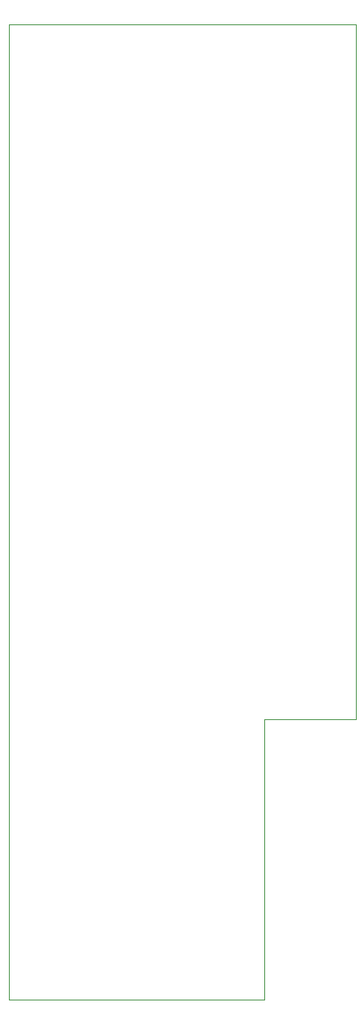
<source format=gbr>
G04 #@! TF.GenerationSoftware,KiCad,Pcbnew,(5.1.9)-1*
G04 #@! TF.CreationDate,2021-05-09T15:32:16+02:00*
G04 #@! TF.ProjectId,Dual VCA Main,4475616c-2056-4434-9120-4d61696e2e6b,rev?*
G04 #@! TF.SameCoordinates,Original*
G04 #@! TF.FileFunction,Profile,NP*
%FSLAX46Y46*%
G04 Gerber Fmt 4.6, Leading zero omitted, Abs format (unit mm)*
G04 Created by KiCad (PCBNEW (5.1.9)-1) date 2021-05-09 15:32:16*
%MOMM*%
%LPD*%
G01*
G04 APERTURE LIST*
G04 #@! TA.AperFunction,Profile*
%ADD10C,0.050000*%
G04 #@! TD*
G04 APERTURE END LIST*
D10*
X0Y-101600000D02*
X0Y0D01*
X26670000Y-101600000D02*
X0Y-101600000D01*
X26670000Y-72390000D02*
X26670000Y-101600000D01*
X36195000Y-72390000D02*
X26670000Y-72390000D01*
X36195000Y0D02*
X36195000Y-72390000D01*
X0Y0D02*
X36195000Y0D01*
M02*

</source>
